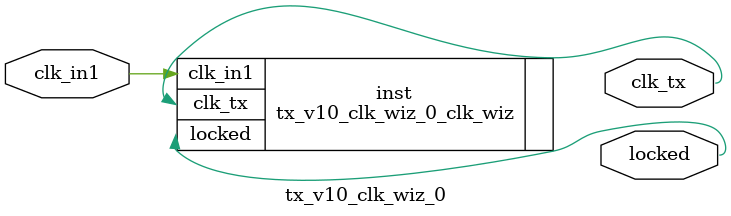
<source format=v>


`timescale 1ps/1ps

(* CORE_GENERATION_INFO = "tx_v10_clk_wiz_0,clk_wiz_v6_0_14_0_0,{component_name=tx_v10_clk_wiz_0,use_phase_alignment=true,use_min_o_jitter=false,use_max_i_jitter=false,use_dyn_phase_shift=false,use_inclk_switchover=false,use_dyn_reconfig=false,enable_axi=0,feedback_source=FDBK_AUTO,PRIMITIVE=PLL,num_out_clk=1,clkin1_period=8.000,clkin2_period=10.0,use_power_down=false,use_reset=false,use_locked=true,use_inclk_stopped=false,feedback_type=SINGLE,CLOCK_MGR_TYPE=NA,manual_override=false}" *)

module tx_v10_clk_wiz_0 
 (
  // Clock out ports
  output        clk_tx,
  // Status and control signals
  output        locked,
 // Clock in ports
  input         clk_in1
 );

  tx_v10_clk_wiz_0_clk_wiz inst
  (
  // Clock out ports  
  .clk_tx(clk_tx),
  // Status and control signals               
  .locked(locked),
 // Clock in ports
  .clk_in1(clk_in1)
  );

endmodule

</source>
